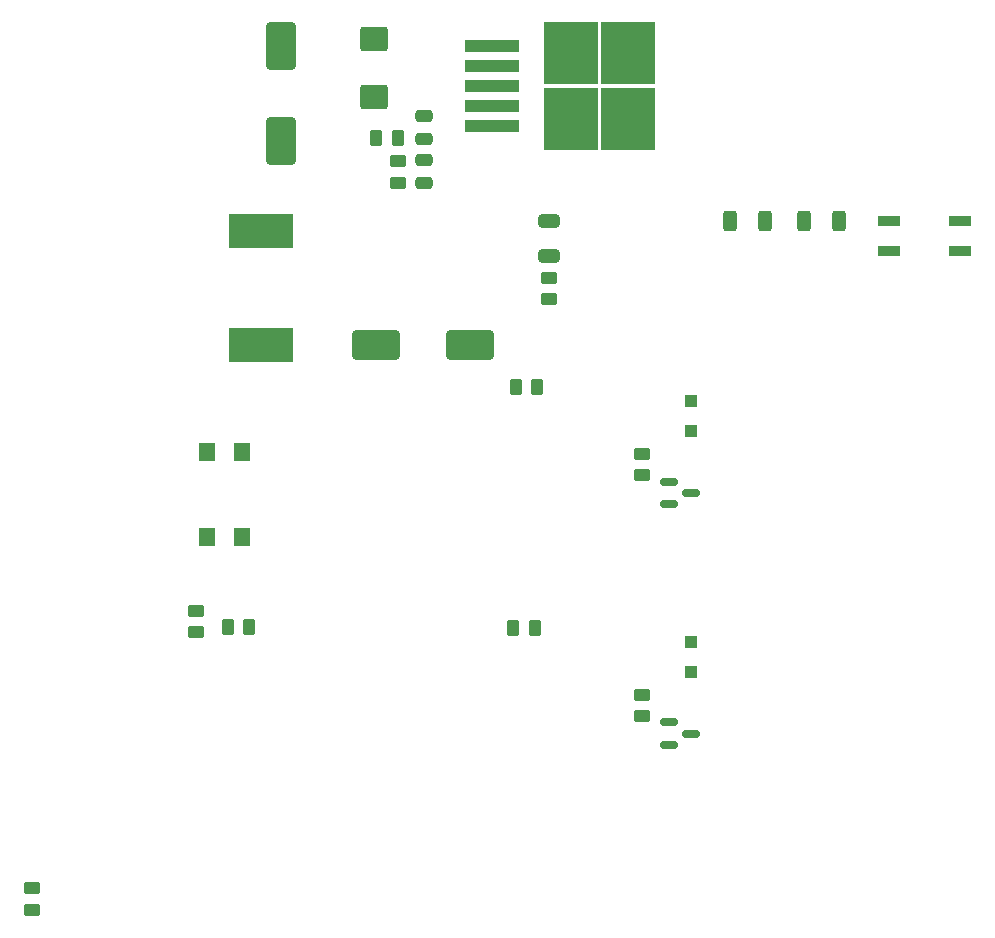
<source format=gtp>
G04 #@! TF.GenerationSoftware,KiCad,Pcbnew,(6.0.8)*
G04 #@! TF.CreationDate,2022-12-11T00:22:14+04:00*
G04 #@! TF.ProjectId,SIM800_NANO,53494d38-3030-45f4-9e41-4e4f2e6b6963,rev?*
G04 #@! TF.SameCoordinates,Original*
G04 #@! TF.FileFunction,Paste,Top*
G04 #@! TF.FilePolarity,Positive*
%FSLAX46Y46*%
G04 Gerber Fmt 4.6, Leading zero omitted, Abs format (unit mm)*
G04 Created by KiCad (PCBNEW (6.0.8)) date 2022-12-11 00:22:14*
%MOMM*%
%LPD*%
G01*
G04 APERTURE LIST*
G04 Aperture macros list*
%AMRoundRect*
0 Rectangle with rounded corners*
0 $1 Rounding radius*
0 $2 $3 $4 $5 $6 $7 $8 $9 X,Y pos of 4 corners*
0 Add a 4 corners polygon primitive as box body*
4,1,4,$2,$3,$4,$5,$6,$7,$8,$9,$2,$3,0*
0 Add four circle primitives for the rounded corners*
1,1,$1+$1,$2,$3*
1,1,$1+$1,$4,$5*
1,1,$1+$1,$6,$7*
1,1,$1+$1,$8,$9*
0 Add four rect primitives between the rounded corners*
20,1,$1+$1,$2,$3,$4,$5,0*
20,1,$1+$1,$4,$5,$6,$7,0*
20,1,$1+$1,$6,$7,$8,$9,0*
20,1,$1+$1,$8,$9,$2,$3,0*%
G04 Aperture macros list end*
%ADD10R,1.000000X1.000000*%
%ADD11RoundRect,0.250000X-1.750000X-1.000000X1.750000X-1.000000X1.750000X1.000000X-1.750000X1.000000X0*%
%ADD12RoundRect,0.250000X-0.925000X0.787500X-0.925000X-0.787500X0.925000X-0.787500X0.925000X0.787500X0*%
%ADD13RoundRect,0.250000X0.450000X-0.262500X0.450000X0.262500X-0.450000X0.262500X-0.450000X-0.262500X0*%
%ADD14RoundRect,0.250000X0.475000X-0.250000X0.475000X0.250000X-0.475000X0.250000X-0.475000X-0.250000X0*%
%ADD15RoundRect,0.250000X0.262500X0.450000X-0.262500X0.450000X-0.262500X-0.450000X0.262500X-0.450000X0*%
%ADD16R,4.550000X5.250000*%
%ADD17R,4.600000X1.100000*%
%ADD18RoundRect,0.250000X-1.000000X1.750000X-1.000000X-1.750000X1.000000X-1.750000X1.000000X1.750000X0*%
%ADD19RoundRect,0.250000X-0.450000X0.262500X-0.450000X-0.262500X0.450000X-0.262500X0.450000X0.262500X0*%
%ADD20RoundRect,0.150000X-0.587500X-0.150000X0.587500X-0.150000X0.587500X0.150000X-0.587500X0.150000X0*%
%ADD21RoundRect,0.250000X0.650000X-0.325000X0.650000X0.325000X-0.650000X0.325000X-0.650000X-0.325000X0*%
%ADD22R,5.400000X2.900000*%
%ADD23R,1.850000X0.950000*%
%ADD24RoundRect,0.250000X-0.312500X-0.625000X0.312500X-0.625000X0.312500X0.625000X-0.312500X0.625000X0*%
%ADD25R,1.400000X1.600000*%
G04 APERTURE END LIST*
D10*
X159187000Y-116065000D03*
X159187000Y-118565000D03*
D11*
X132520000Y-90930000D03*
X140520000Y-90930000D03*
D12*
X132370000Y-64987500D03*
X132370000Y-69912500D03*
D13*
X155015000Y-122353000D03*
X155015000Y-120528000D03*
D14*
X136610000Y-73460000D03*
X136610000Y-71560000D03*
D15*
X134362500Y-73350000D03*
X132537500Y-73350000D03*
D16*
X149035000Y-71775000D03*
X149035000Y-66225000D03*
X153885000Y-66225000D03*
X153885000Y-71775000D03*
D17*
X142310000Y-65600000D03*
X142310000Y-67300000D03*
X142310000Y-69000000D03*
X142310000Y-70700000D03*
X142310000Y-72400000D03*
D18*
X124470000Y-65600000D03*
X124470000Y-73600000D03*
D19*
X103400000Y-136887500D03*
X103400000Y-138712500D03*
D20*
X157324500Y-122865000D03*
X157324500Y-124765000D03*
X159199500Y-123815000D03*
D21*
X147180000Y-83375000D03*
X147180000Y-80425000D03*
D15*
X146192500Y-94490000D03*
X144367500Y-94490000D03*
X145952500Y-114890000D03*
X144127500Y-114890000D03*
D13*
X155077000Y-101937000D03*
X155077000Y-100112000D03*
X134360000Y-77152500D03*
X134360000Y-75327500D03*
D22*
X122750000Y-81250000D03*
X122750000Y-90950000D03*
D23*
X175947000Y-80437000D03*
X175947000Y-82937000D03*
X181997000Y-82937000D03*
X181997000Y-80437000D03*
D14*
X136610000Y-77160000D03*
X136610000Y-75260000D03*
D24*
X168787500Y-80450000D03*
X171712500Y-80450000D03*
D10*
X159227000Y-95655000D03*
X159227000Y-98155000D03*
D24*
X162537500Y-80450000D03*
X165462500Y-80450000D03*
D25*
X121200000Y-99950000D03*
X121200000Y-107150000D03*
X118200000Y-99950000D03*
X118200000Y-107150000D03*
D15*
X121792500Y-114780000D03*
X119967500Y-114780000D03*
D13*
X117280000Y-115232500D03*
X117280000Y-113407500D03*
D20*
X157364500Y-102487000D03*
X157364500Y-104387000D03*
X159239500Y-103437000D03*
D13*
X147200000Y-87052500D03*
X147200000Y-85227500D03*
M02*

</source>
